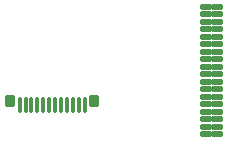
<source format=gbr>
%TF.GenerationSoftware,KiCad,Pcbnew,9.0.1*%
%TF.CreationDate,2025-07-04T15:05:31+02:00*%
%TF.ProjectId,USB_36pinOmnetics_bend,5553425f-3336-4706-996e-4f6d6e657469,rev?*%
%TF.SameCoordinates,Original*%
%TF.FileFunction,Soldermask,Bot*%
%TF.FilePolarity,Negative*%
%FSLAX46Y46*%
G04 Gerber Fmt 4.6, Leading zero omitted, Abs format (unit mm)*
G04 Created by KiCad (PCBNEW 9.0.1) date 2025-07-04 15:05:31*
%MOMM*%
%LPD*%
G01*
G04 APERTURE LIST*
G04 Aperture macros list*
%AMRoundRect*
0 Rectangle with rounded corners*
0 $1 Rounding radius*
0 $2 $3 $4 $5 $6 $7 $8 $9 X,Y pos of 4 corners*
0 Add a 4 corners polygon primitive as box body*
4,1,4,$2,$3,$4,$5,$6,$7,$8,$9,$2,$3,0*
0 Add four circle primitives for the rounded corners*
1,1,$1+$1,$2,$3*
1,1,$1+$1,$4,$5*
1,1,$1+$1,$6,$7*
1,1,$1+$1,$8,$9*
0 Add four rect primitives between the rounded corners*
20,1,$1+$1,$2,$3,$4,$5,0*
20,1,$1+$1,$4,$5,$6,$7,0*
20,1,$1+$1,$6,$7,$8,$9,0*
20,1,$1+$1,$8,$9,$2,$3,0*%
G04 Aperture macros list end*
%ADD10RoundRect,0.102000X-0.381000X0.190500X-0.381000X-0.190500X0.381000X-0.190500X0.381000X0.190500X0*%
%ADD11RoundRect,0.050000X-0.115000X-0.625000X0.115000X-0.625000X0.115000X0.625000X-0.115000X0.625000X0*%
%ADD12RoundRect,0.120000X0.280000X0.415000X-0.280000X0.415000X-0.280000X-0.415000X0.280000X-0.415000X0*%
%ADD13RoundRect,0.120000X-0.280000X-0.415000X0.280000X-0.415000X0.280000X0.415000X-0.280000X0.415000X0*%
G04 APERTURE END LIST*
D10*
%TO.C,J1*%
X149000000Y-105770250D03*
X149000000Y-105135250D03*
X149000000Y-104500250D03*
X149000000Y-103865250D03*
X149000000Y-103230250D03*
X149000000Y-102595250D03*
X149000000Y-101960250D03*
X149000000Y-101325250D03*
X149000000Y-100690250D03*
X149000000Y-100055250D03*
X149000000Y-99420250D03*
X149000000Y-98785250D03*
X149000000Y-98150250D03*
X149000000Y-97515250D03*
X149000000Y-96880250D03*
X149000000Y-96245250D03*
X149000000Y-95610250D03*
X149000000Y-94975250D03*
X148060200Y-105770250D03*
X148060200Y-105135250D03*
X148060200Y-104500250D03*
X148060200Y-103865250D03*
X148060200Y-103230250D03*
X148060200Y-102595250D03*
X148060200Y-101960250D03*
X148060200Y-101325250D03*
X148060200Y-100690250D03*
X148060200Y-100055250D03*
X148060200Y-99420250D03*
X148060200Y-98785250D03*
X148060200Y-98150250D03*
X148060200Y-97515250D03*
X148060200Y-96880250D03*
X148060200Y-96245250D03*
X148060200Y-95610250D03*
X148060200Y-94975250D03*
%TD*%
D11*
%TO.C,U2*%
X132300000Y-103300000D03*
X132800000Y-103300000D03*
X133300000Y-103300000D03*
X133800000Y-103300000D03*
X134300000Y-103300000D03*
X134800000Y-103300000D03*
X135300000Y-103300000D03*
X135800000Y-103300000D03*
X136300000Y-103300000D03*
X136800000Y-103300000D03*
X137300000Y-103300000D03*
X137800000Y-103300000D03*
D12*
X131500000Y-102990000D03*
D13*
X138600000Y-102990000D03*
%TD*%
M02*

</source>
